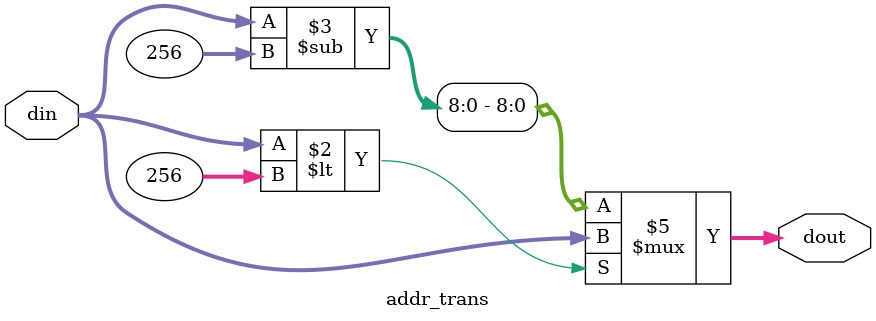
<source format=v>
`timescale 1ns / 1ps


module addr_trans(
         input[8:0] din,
         output reg[8:0] dout
    );
    always@(din)
    begin
    if(din<'d256)
     dout<=din;
    else
     dout<=din-'d256;
    end
endmodule

</source>
